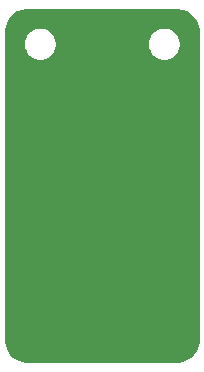
<source format=gbl>
G04*
G04 #@! TF.GenerationSoftware,Altium Limited,Altium Designer,22.8.2 (66)*
G04*
G04 Layer_Physical_Order=2*
G04 Layer_Color=16711680*
%FSLAX44Y44*%
%MOMM*%
G71*
G04*
G04 #@! TF.SameCoordinates,461F48FB-66DF-4060-B8FC-CAE3B283AE13*
G04*
G04*
G04 #@! TF.FilePolarity,Positive*
G04*
G01*
G75*
%ADD25C,0.5000*%
G36*
X145500Y300500D02*
X147470D01*
X151334Y299731D01*
X154974Y298224D01*
X158249Y296035D01*
X161035Y293249D01*
X163224Y289974D01*
X164731Y286334D01*
X165500Y282470D01*
Y280500D01*
X165500D01*
X165500Y20500D01*
X165500Y18530D01*
X164731Y14666D01*
X163224Y11026D01*
X161035Y7751D01*
X158249Y4965D01*
X154973Y2776D01*
X151334Y1269D01*
X147470Y500D01*
X18530D01*
X14666Y1269D01*
X11026Y2776D01*
X7751Y4965D01*
X4965Y7751D01*
X2776Y11026D01*
X1269Y14666D01*
X500Y18530D01*
X500Y20500D01*
Y20500D01*
Y280500D01*
Y282470D01*
X1269Y286334D01*
X2776Y289974D01*
X4965Y293249D01*
X7751Y296035D01*
X11026Y298224D01*
X14666Y299731D01*
X18530Y300500D01*
X20500D01*
X20500Y300500D01*
X145500Y300500D01*
D02*
G37*
%LPC*%
G36*
X136682Y283582D02*
X134318D01*
X134216Y283540D01*
X134107Y283562D01*
X131789Y283100D01*
X131696Y283039D01*
X131586D01*
X129402Y282134D01*
X129323Y282056D01*
X129214Y282034D01*
X127249Y280721D01*
X127188Y280629D01*
X127085Y280586D01*
X125414Y278915D01*
X125371Y278813D01*
X125279Y278751D01*
X123966Y276786D01*
X123944Y276677D01*
X123866Y276598D01*
X122961Y274415D01*
Y274304D01*
X122900Y274211D01*
X122438Y271893D01*
X122460Y271784D01*
X122418Y271682D01*
Y270500D01*
Y269318D01*
X122460Y269216D01*
X122438Y269107D01*
X122900Y266789D01*
X122961Y266696D01*
Y266586D01*
X123866Y264402D01*
X123944Y264323D01*
X123966Y264214D01*
X125279Y262249D01*
X125371Y262188D01*
X125414Y262085D01*
X127085Y260414D01*
X127188Y260371D01*
X127249Y260279D01*
X129214Y258966D01*
X129323Y258944D01*
X129402Y258866D01*
X131586Y257961D01*
X131696D01*
X131789Y257899D01*
X134107Y257438D01*
X134216Y257460D01*
X134318Y257418D01*
X136682D01*
X136784Y257460D01*
X136893Y257438D01*
X139211Y257899D01*
X139304Y257961D01*
X139415D01*
X141598Y258866D01*
X141677Y258944D01*
X141785Y258966D01*
X143751Y260279D01*
X143813Y260371D01*
X143915Y260414D01*
X145586Y262085D01*
X145629Y262188D01*
X145721Y262249D01*
X147034Y264214D01*
X147056Y264323D01*
X147134Y264402D01*
X148039Y266586D01*
Y266696D01*
X148100Y266789D01*
X148562Y269107D01*
X148540Y269216D01*
X148582Y269318D01*
Y270500D01*
Y271682D01*
X148540Y271784D01*
X148562Y271893D01*
X148100Y274211D01*
X148039Y274304D01*
Y274415D01*
X147134Y276598D01*
X147056Y276677D01*
X147034Y276786D01*
X145721Y278751D01*
X145629Y278813D01*
X145586Y278915D01*
X143915Y280586D01*
X143813Y280629D01*
X143751Y280721D01*
X141785Y282034D01*
X141677Y282056D01*
X141598Y282134D01*
X139415Y283039D01*
X139304D01*
X139211Y283100D01*
X136893Y283562D01*
X136784Y283540D01*
X136682Y283582D01*
D02*
G37*
G36*
X31682D02*
X29318D01*
X29216Y283540D01*
X29107Y283562D01*
X26789Y283100D01*
X26696Y283039D01*
X26586D01*
X24402Y282134D01*
X24323Y282056D01*
X24214Y282034D01*
X22249Y280721D01*
X22188Y280629D01*
X22085Y280586D01*
X20414Y278915D01*
X20371Y278813D01*
X20279Y278751D01*
X18966Y276786D01*
X18944Y276677D01*
X18866Y276598D01*
X17961Y274415D01*
Y274304D01*
X17900Y274211D01*
X17438Y271893D01*
X17460Y271784D01*
X17418Y271682D01*
Y270500D01*
Y269318D01*
X17460Y269216D01*
X17438Y269107D01*
X17900Y266789D01*
X17961Y266696D01*
Y266586D01*
X18866Y264402D01*
X18944Y264323D01*
X18966Y264214D01*
X20279Y262249D01*
X20371Y262188D01*
X20414Y262085D01*
X22085Y260414D01*
X22188Y260371D01*
X22249Y260279D01*
X24214Y258966D01*
X24323Y258944D01*
X24402Y258866D01*
X26586Y257961D01*
X26696D01*
X26789Y257899D01*
X29107Y257438D01*
X29216Y257460D01*
X29318Y257418D01*
X31682D01*
X31784Y257460D01*
X31893Y257438D01*
X34211Y257899D01*
X34304Y257961D01*
X34415D01*
X36598Y258866D01*
X36677Y258944D01*
X36786Y258966D01*
X38751Y260279D01*
X38812Y260371D01*
X38915Y260414D01*
X40586Y262085D01*
X40629Y262188D01*
X40721Y262249D01*
X42034Y264214D01*
X42056Y264323D01*
X42134Y264402D01*
X43039Y266586D01*
Y266696D01*
X43100Y266789D01*
X43562Y269107D01*
X43540Y269216D01*
X43582Y269318D01*
Y270500D01*
Y271682D01*
X43540Y271784D01*
X43562Y271893D01*
X43100Y274211D01*
X43039Y274304D01*
Y274415D01*
X42134Y276598D01*
X42056Y276677D01*
X42034Y276786D01*
X40721Y278751D01*
X40629Y278813D01*
X40586Y278915D01*
X38915Y280586D01*
X38812Y280629D01*
X38751Y280721D01*
X36786Y282034D01*
X36677Y282056D01*
X36598Y282134D01*
X34415Y283039D01*
X34304D01*
X34211Y283100D01*
X31893Y283562D01*
X31784Y283540D01*
X31682Y283582D01*
D02*
G37*
%LPD*%
D25*
X144780Y247142D02*
D03*
X108966Y245364D02*
D03*
X73660Y245110D02*
D03*
X27686Y245364D02*
D03*
X21590Y26162D02*
D03*
X25908Y81026D02*
D03*
Y91694D02*
D03*
X17018Y44196D02*
D03*
X118110Y221996D02*
D03*
X86614Y222504D02*
D03*
X48768Y224536D02*
D03*
X9398Y194818D02*
D03*
X17018Y180340D02*
D03*
X49784Y152908D02*
D03*
X49022Y120142D02*
D03*
X44196Y86614D02*
D03*
X60706Y46736D02*
D03*
X81534Y46228D02*
D03*
X105664Y39878D02*
D03*
X123952Y84328D02*
D03*
X122936Y103124D02*
D03*
X125222Y120142D02*
D03*
X139954Y134366D02*
D03*
X121666Y138938D02*
D03*
X128778Y163576D02*
D03*
X128016Y181102D02*
D03*
M02*

</source>
